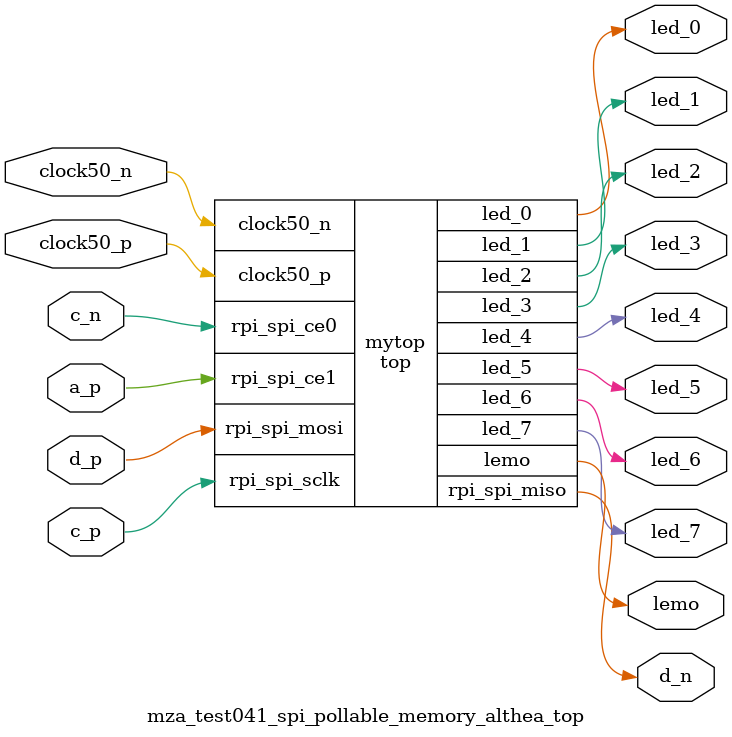
<source format=v>

`include "lib/spi.v"
`include "lib/RAM8.v"
`include "lib/serdes_pll.v"
`include "lib/plldcm.v"

`define USE_BRAM_4K

//`ifdef xilinx
//`else
//`endif

module top (
	input clock50_p, clock50_n,
	output lemo,
	input rpi_spi_sclk,
	input rpi_spi_mosi,
	output rpi_spi_miso,
	input rpi_spi_ce0,
	input rpi_spi_ce1,
	output led_0, led_1, led_2, led_3,
	output led_4, led_5, led_6, led_7
);
	reg reset1 = 1;
	reg reset2 = 1;
	reg reset3 = 1;
	wire clock50;
	IBUFGDS mybuf (.I(clock50_p), .IB(clock50_n), .O(clock50));
	wire rawclock125;
	wire pll_locked;
	simplepll_BASE #(.OVERALL_DIVIDE(1), .MULTIPLY(10), .DIVIDE0(4), .PHASE0(0.0), .PERIOD(20.0)) kronos (.clockin(clock50), .reset(reset1), .clock0out(rawclock125), .clock1out(), .clock2out(), .clock3out(), .clock4out(), .clock5out(), .locked(pll_locked)); // 50->125
	wire clock125;
	BUFG mrt (.I(rawclock125), .O(clock125));
	wire word_clock;
	wire [7:0] oserdes_word_out;
	wire pll_oserdes_locked;
	wire clock_ram;
	wire clock_spi;
	assign clock_ram = word_clock;
	assign clock_spi = word_clock;
	reg [7:0] reset_counter = 0;
	always @(posedge clock50) begin
		if (reset1) begin
			if (reset_counter[7]) begin
				reset1 <= 0;
			end else begin
				reset_counter <= reset_counter + 1'b1;
			end
		end else if (reset2) begin
			if (pll_locked) begin
				reset2 <= 0;
			end
		end else if (reset3) begin
			if (pll_oserdes_locked) begin
				reset3 <= 0;
			end
		end
	end
	wire [7:0] command8;
	wire [15:0] address16;
	wire [31:0] data32_0123;
	wire [31:0] data32_3210;
	assign data32_0123[7:0]   = data32_3210[31:24];
	assign data32_0123[15:8]  = data32_3210[23:16];
	assign data32_0123[23:16] = data32_3210[15:8];
	assign data32_0123[31:24] = data32_3210[7:0];
	wire [31:0] read_data32_0123;
	wire [31:0] read_data32_3210;
	assign read_data32_3210[7:0]   = read_data32_0123[31:24];
	assign read_data32_3210[15:8]  = read_data32_0123[23:16];
	assign read_data32_3210[23:16] = read_data32_0123[15:8];
	assign read_data32_3210[31:24] = read_data32_0123[7:0];
	wire transaction_valid;
	SPI_peripheral_command8_address16_data32 spi_c8_a16_d32 (.clock(clock_spi),
		.SCK(rpi_spi_sclk), .MOSI(rpi_spi_mosi), .MISO(rpi_spi_miso), .SSEL(rpi_spi_ce1),
		.transaction_valid(transaction_valid), .command8(command8), .address16(address16), .data32(data32_3210), .data32_to_controller(read_data32_3210));
`ifdef USE_INFERRED_RAM_16
	wire [3:0] address4 = address16[3:0];
	RAM_inferred #(.addr_width(4), .data_width(32)) myram (.reset(reset3),
		.wclk(clock_ram), .waddr(address4), .din(data32_0123), .write_en(transaction_valid),
		.rclk(clock_ram), .raddr(address4), .dout(read_data32_0123));
`elsif USE_BRAM_512
	wire [8:0] address9 = address16[8:0];
	wire [10:0] read_address11 = read_address[10:0];
	RAM_s6_512_32bit_8bit mem (.reset(reset3),
		.clock_a(clock_ram), .address_a(address9), .data_in_a(data32_0123), .write_enable_a(transaction_valid), .data_out_a(read_data32_0123),
		.clock_b(clock_ram), .address_b(read_address11), .data_out_b(oserdes_word_out));
`elsif USE_BRAM_4K
	wire [11:0] address12 = address16[11:0];
	wire [13:0] read_address14 = read_address[13:0];
	RAM_s6_4k_32bit_8bit mem (.reset(reset3),
		.clock_a(clock_ram), .address_a(address12), .data_in_a(data32_0123), .write_enable_a(transaction_valid), .data_out_a(read_data32_0123),
		.clock_b(clock_ram), .address_b(read_address14), .data_out_b(oserdes_word_out));
`endif
	reg [15:0] read_address = 0;
	wire [7:0] leds;
	assign { led_7, led_6, led_5, led_4, led_3, led_2, led_1, led_0 } = leds;
	assign leds = oserdes_word_out;
	ocyrus_single8 #(.BIT_DEPTH(8), .PERIOD(8.0), .DIVIDE(1), .MULTIPLY(8), .SCOPE("BUFPLL")) mylei (.clock_in(clock125), .reset(reset2), .word_clock_out(word_clock), .word_in(oserdes_word_out), .D_out(lemo), .locked(pll_oserdes_locked));
	always @(posedge word_clock) begin
		if (reset3) begin
			read_address <= 0;
		end else begin
			read_address <= read_address + 1'b1;
		end
	end
endmodule

module mza_test041_spi_pollable_memory_althea_top (
	input clock50_p, clock50_n,
	output lemo,
	input a_p,
	input c_n,
	input c_p,
	output d_n,
	input d_p,
	output led_0, led_1, led_2, led_3, led_4, led_5, led_6, led_7
);
	top mytop (
		.clock50_p(clock50_p), .clock50_n(clock50_n),
		.lemo(lemo),
		.rpi_spi_mosi(d_p), .rpi_spi_miso(d_n), .rpi_spi_sclk(c_p), .rpi_spi_ce0(c_n), .rpi_spi_ce1(a_p),
		.led_0(led_0), .led_1(led_1), .led_2(led_2), .led_3(led_3),
		.led_4(led_4), .led_5(led_5), .led_6(led_6), .led_7(led_7)
	);
endmodule


</source>
